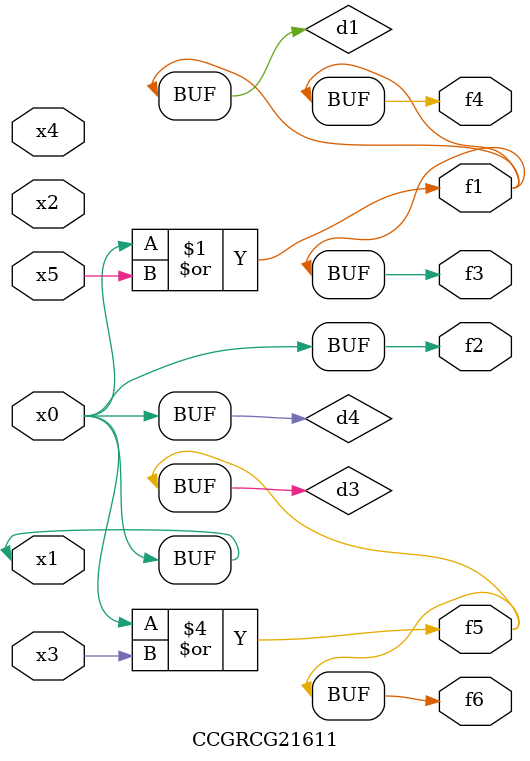
<source format=v>
module CCGRCG21611(
	input x0, x1, x2, x3, x4, x5,
	output f1, f2, f3, f4, f5, f6
);

	wire d1, d2, d3, d4;

	or (d1, x0, x5);
	xnor (d2, x1, x4);
	or (d3, x0, x3);
	buf (d4, x0, x1);
	assign f1 = d1;
	assign f2 = d4;
	assign f3 = d1;
	assign f4 = d1;
	assign f5 = d3;
	assign f6 = d3;
endmodule

</source>
